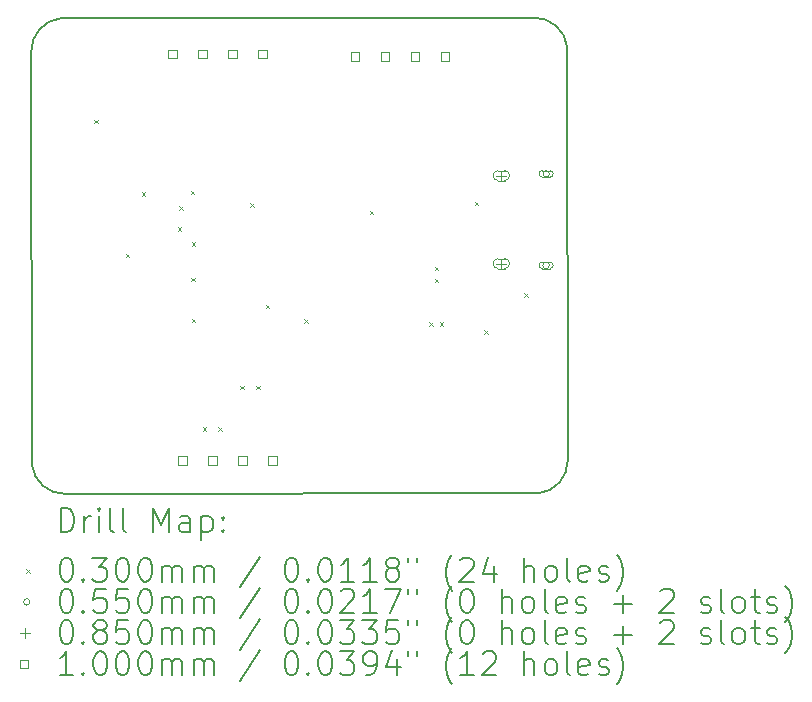
<source format=gbr>
%TF.GenerationSoftware,KiCad,Pcbnew,8.0.8*%
%TF.CreationDate,2025-03-31T20:29:24+08:00*%
%TF.ProjectId,1,312e6b69-6361-4645-9f70-636258585858,rev?*%
%TF.SameCoordinates,Original*%
%TF.FileFunction,Drillmap*%
%TF.FilePolarity,Positive*%
%FSLAX45Y45*%
G04 Gerber Fmt 4.5, Leading zero omitted, Abs format (unit mm)*
G04 Created by KiCad (PCBNEW 8.0.8) date 2025-03-31 20:29:24*
%MOMM*%
%LPD*%
G01*
G04 APERTURE LIST*
%ADD10C,0.200000*%
%ADD11C,0.100000*%
G04 APERTURE END LIST*
D10*
X13245000Y-4480000D02*
G75*
G02*
X13528398Y-4729679I5000J-280000D01*
G01*
X9278719Y-8513078D02*
X13283719Y-8508115D01*
X13528398Y-4729679D02*
X13533398Y-8224679D01*
X9240000Y-4485000D02*
X13245000Y-4480037D01*
X8990321Y-4768398D02*
X8995321Y-8263398D01*
X8990321Y-4768398D02*
G75*
G02*
X9240000Y-4485002I279999J4998D01*
G01*
X9278719Y-8513078D02*
G75*
G02*
X8995324Y-8263398I-4999J279998D01*
G01*
X13533398Y-8224679D02*
G75*
G02*
X13283719Y-8508077I-279998J-5001D01*
G01*
D11*
X9525000Y-5345000D02*
X9555000Y-5375000D01*
X9555000Y-5345000D02*
X9525000Y-5375000D01*
X9790000Y-6480000D02*
X9820000Y-6510000D01*
X9820000Y-6480000D02*
X9790000Y-6510000D01*
X9925000Y-5960000D02*
X9955000Y-5990000D01*
X9955000Y-5960000D02*
X9925000Y-5990000D01*
X10230000Y-6255000D02*
X10260000Y-6285000D01*
X10260000Y-6255000D02*
X10230000Y-6285000D01*
X10245000Y-6075000D02*
X10275000Y-6105000D01*
X10275000Y-6075000D02*
X10245000Y-6105000D01*
X10340000Y-5945000D02*
X10370000Y-5975000D01*
X10370000Y-5945000D02*
X10340000Y-5975000D01*
X10346250Y-6683750D02*
X10376250Y-6713750D01*
X10376250Y-6683750D02*
X10346250Y-6713750D01*
X10350000Y-6380000D02*
X10380000Y-6410000D01*
X10380000Y-6380000D02*
X10350000Y-6410000D01*
X10350000Y-7030000D02*
X10380000Y-7060000D01*
X10380000Y-7030000D02*
X10350000Y-7060000D01*
X10444000Y-7950000D02*
X10474000Y-7980000D01*
X10474000Y-7950000D02*
X10444000Y-7980000D01*
X10575000Y-7950000D02*
X10605000Y-7980000D01*
X10605000Y-7950000D02*
X10575000Y-7980000D01*
X10760000Y-7595000D02*
X10790000Y-7625000D01*
X10790000Y-7595000D02*
X10760000Y-7625000D01*
X10845000Y-6050000D02*
X10875000Y-6080000D01*
X10875000Y-6050000D02*
X10845000Y-6080000D01*
X10895000Y-7595000D02*
X10925000Y-7625000D01*
X10925000Y-7595000D02*
X10895000Y-7625000D01*
X10975000Y-6910000D02*
X11005000Y-6940000D01*
X11005000Y-6910000D02*
X10975000Y-6940000D01*
X11300000Y-7035000D02*
X11330000Y-7065000D01*
X11330000Y-7035000D02*
X11300000Y-7065000D01*
X11855000Y-6115000D02*
X11885000Y-6145000D01*
X11885000Y-6115000D02*
X11855000Y-6145000D01*
X12360000Y-7060000D02*
X12390000Y-7090000D01*
X12390000Y-7060000D02*
X12360000Y-7090000D01*
X12405000Y-6590000D02*
X12435000Y-6620000D01*
X12435000Y-6590000D02*
X12405000Y-6620000D01*
X12405000Y-6690000D02*
X12435000Y-6720000D01*
X12435000Y-6690000D02*
X12405000Y-6720000D01*
X12450000Y-7060000D02*
X12480000Y-7090000D01*
X12480000Y-7060000D02*
X12450000Y-7090000D01*
X12745000Y-6040000D02*
X12775000Y-6070000D01*
X12775000Y-6040000D02*
X12745000Y-6070000D01*
X12825000Y-7125000D02*
X12855000Y-7155000D01*
X12855000Y-7125000D02*
X12825000Y-7155000D01*
X13165000Y-6815000D02*
X13195000Y-6845000D01*
X13195000Y-6815000D02*
X13165000Y-6845000D01*
X13377500Y-5802500D02*
G75*
G02*
X13322500Y-5802500I-27500J0D01*
G01*
X13322500Y-5802500D02*
G75*
G02*
X13377500Y-5802500I27500J0D01*
G01*
X13317500Y-5830000D02*
X13382500Y-5830000D01*
X13382500Y-5775000D02*
G75*
G02*
X13382500Y-5830000I0J-27500D01*
G01*
X13382500Y-5775000D02*
X13317500Y-5775000D01*
X13317500Y-5775000D02*
G75*
G03*
X13317500Y-5830000I0J-27500D01*
G01*
X13377500Y-6577500D02*
G75*
G02*
X13322500Y-6577500I-27500J0D01*
G01*
X13322500Y-6577500D02*
G75*
G02*
X13377500Y-6577500I27500J0D01*
G01*
X13317500Y-6605000D02*
X13382500Y-6605000D01*
X13382500Y-6550000D02*
G75*
G02*
X13382500Y-6605000I0J-27500D01*
G01*
X13382500Y-6550000D02*
X13317500Y-6550000D01*
X13317500Y-6550000D02*
G75*
G03*
X13317500Y-6605000I0J-27500D01*
G01*
X12970000Y-5775000D02*
X12970000Y-5860000D01*
X12927500Y-5817500D02*
X13012500Y-5817500D01*
X12942500Y-5860000D02*
X12997500Y-5860000D01*
X12997500Y-5775000D02*
G75*
G02*
X12997500Y-5860000I0J-42500D01*
G01*
X12997500Y-5775000D02*
X12942500Y-5775000D01*
X12942500Y-5775000D02*
G75*
G03*
X12942500Y-5860000I0J-42500D01*
G01*
X12970000Y-6520000D02*
X12970000Y-6605000D01*
X12927500Y-6562500D02*
X13012500Y-6562500D01*
X12942500Y-6605000D02*
X12997500Y-6605000D01*
X12997500Y-6520000D02*
G75*
G02*
X12997500Y-6605000I0J-42500D01*
G01*
X12997500Y-6520000D02*
X12942500Y-6520000D01*
X12942500Y-6520000D02*
G75*
G03*
X12942500Y-6605000I0J-42500D01*
G01*
X10222356Y-4825356D02*
X10222356Y-4754644D01*
X10151644Y-4754644D01*
X10151644Y-4825356D01*
X10222356Y-4825356D01*
X10305356Y-8265356D02*
X10305356Y-8194644D01*
X10234644Y-8194644D01*
X10234644Y-8265356D01*
X10305356Y-8265356D01*
X10476356Y-4825356D02*
X10476356Y-4754644D01*
X10405644Y-4754644D01*
X10405644Y-4825356D01*
X10476356Y-4825356D01*
X10559356Y-8265356D02*
X10559356Y-8194644D01*
X10488644Y-8194644D01*
X10488644Y-8265356D01*
X10559356Y-8265356D01*
X10730356Y-4825356D02*
X10730356Y-4754644D01*
X10659644Y-4754644D01*
X10659644Y-4825356D01*
X10730356Y-4825356D01*
X10813356Y-8265356D02*
X10813356Y-8194644D01*
X10742644Y-8194644D01*
X10742644Y-8265356D01*
X10813356Y-8265356D01*
X10984356Y-4825356D02*
X10984356Y-4754644D01*
X10913644Y-4754644D01*
X10913644Y-4825356D01*
X10984356Y-4825356D01*
X11067356Y-8265356D02*
X11067356Y-8194644D01*
X10996644Y-8194644D01*
X10996644Y-8265356D01*
X11067356Y-8265356D01*
X11765356Y-4845356D02*
X11765356Y-4774644D01*
X11694644Y-4774644D01*
X11694644Y-4845356D01*
X11765356Y-4845356D01*
X12019356Y-4845356D02*
X12019356Y-4774644D01*
X11948644Y-4774644D01*
X11948644Y-4845356D01*
X12019356Y-4845356D01*
X12273356Y-4845356D02*
X12273356Y-4774644D01*
X12202644Y-4774644D01*
X12202644Y-4845356D01*
X12273356Y-4845356D01*
X12527356Y-4845356D02*
X12527356Y-4774644D01*
X12456644Y-4774644D01*
X12456644Y-4845356D01*
X12527356Y-4845356D01*
D10*
X9241053Y-8834606D02*
X9241053Y-8634606D01*
X9241053Y-8634606D02*
X9288672Y-8634606D01*
X9288672Y-8634606D02*
X9317243Y-8644130D01*
X9317243Y-8644130D02*
X9336291Y-8663177D01*
X9336291Y-8663177D02*
X9345815Y-8682225D01*
X9345815Y-8682225D02*
X9355339Y-8720320D01*
X9355339Y-8720320D02*
X9355339Y-8748892D01*
X9355339Y-8748892D02*
X9345815Y-8786987D01*
X9345815Y-8786987D02*
X9336291Y-8806035D01*
X9336291Y-8806035D02*
X9317243Y-8825082D01*
X9317243Y-8825082D02*
X9288672Y-8834606D01*
X9288672Y-8834606D02*
X9241053Y-8834606D01*
X9441053Y-8834606D02*
X9441053Y-8701273D01*
X9441053Y-8739368D02*
X9450577Y-8720320D01*
X9450577Y-8720320D02*
X9460101Y-8710796D01*
X9460101Y-8710796D02*
X9479148Y-8701273D01*
X9479148Y-8701273D02*
X9498196Y-8701273D01*
X9564862Y-8834606D02*
X9564862Y-8701273D01*
X9564862Y-8634606D02*
X9555339Y-8644130D01*
X9555339Y-8644130D02*
X9564862Y-8653654D01*
X9564862Y-8653654D02*
X9574386Y-8644130D01*
X9574386Y-8644130D02*
X9564862Y-8634606D01*
X9564862Y-8634606D02*
X9564862Y-8653654D01*
X9688672Y-8834606D02*
X9669624Y-8825082D01*
X9669624Y-8825082D02*
X9660101Y-8806035D01*
X9660101Y-8806035D02*
X9660101Y-8634606D01*
X9793434Y-8834606D02*
X9774386Y-8825082D01*
X9774386Y-8825082D02*
X9764862Y-8806035D01*
X9764862Y-8806035D02*
X9764862Y-8634606D01*
X10022005Y-8834606D02*
X10022005Y-8634606D01*
X10022005Y-8634606D02*
X10088672Y-8777463D01*
X10088672Y-8777463D02*
X10155339Y-8634606D01*
X10155339Y-8634606D02*
X10155339Y-8834606D01*
X10336291Y-8834606D02*
X10336291Y-8729844D01*
X10336291Y-8729844D02*
X10326767Y-8710796D01*
X10326767Y-8710796D02*
X10307720Y-8701273D01*
X10307720Y-8701273D02*
X10269624Y-8701273D01*
X10269624Y-8701273D02*
X10250577Y-8710796D01*
X10336291Y-8825082D02*
X10317243Y-8834606D01*
X10317243Y-8834606D02*
X10269624Y-8834606D01*
X10269624Y-8834606D02*
X10250577Y-8825082D01*
X10250577Y-8825082D02*
X10241053Y-8806035D01*
X10241053Y-8806035D02*
X10241053Y-8786987D01*
X10241053Y-8786987D02*
X10250577Y-8767939D01*
X10250577Y-8767939D02*
X10269624Y-8758416D01*
X10269624Y-8758416D02*
X10317243Y-8758416D01*
X10317243Y-8758416D02*
X10336291Y-8748892D01*
X10431529Y-8701273D02*
X10431529Y-8901273D01*
X10431529Y-8710796D02*
X10450577Y-8701273D01*
X10450577Y-8701273D02*
X10488672Y-8701273D01*
X10488672Y-8701273D02*
X10507720Y-8710796D01*
X10507720Y-8710796D02*
X10517243Y-8720320D01*
X10517243Y-8720320D02*
X10526767Y-8739368D01*
X10526767Y-8739368D02*
X10526767Y-8796511D01*
X10526767Y-8796511D02*
X10517243Y-8815558D01*
X10517243Y-8815558D02*
X10507720Y-8825082D01*
X10507720Y-8825082D02*
X10488672Y-8834606D01*
X10488672Y-8834606D02*
X10450577Y-8834606D01*
X10450577Y-8834606D02*
X10431529Y-8825082D01*
X10612482Y-8815558D02*
X10622005Y-8825082D01*
X10622005Y-8825082D02*
X10612482Y-8834606D01*
X10612482Y-8834606D02*
X10602958Y-8825082D01*
X10602958Y-8825082D02*
X10612482Y-8815558D01*
X10612482Y-8815558D02*
X10612482Y-8834606D01*
X10612482Y-8710796D02*
X10622005Y-8720320D01*
X10622005Y-8720320D02*
X10612482Y-8729844D01*
X10612482Y-8729844D02*
X10602958Y-8720320D01*
X10602958Y-8720320D02*
X10612482Y-8710796D01*
X10612482Y-8710796D02*
X10612482Y-8729844D01*
D11*
X8950276Y-9148122D02*
X8980276Y-9178122D01*
X8980276Y-9148122D02*
X8950276Y-9178122D01*
D10*
X9279148Y-9054606D02*
X9298196Y-9054606D01*
X9298196Y-9054606D02*
X9317243Y-9064130D01*
X9317243Y-9064130D02*
X9326767Y-9073654D01*
X9326767Y-9073654D02*
X9336291Y-9092701D01*
X9336291Y-9092701D02*
X9345815Y-9130796D01*
X9345815Y-9130796D02*
X9345815Y-9178416D01*
X9345815Y-9178416D02*
X9336291Y-9216511D01*
X9336291Y-9216511D02*
X9326767Y-9235558D01*
X9326767Y-9235558D02*
X9317243Y-9245082D01*
X9317243Y-9245082D02*
X9298196Y-9254606D01*
X9298196Y-9254606D02*
X9279148Y-9254606D01*
X9279148Y-9254606D02*
X9260101Y-9245082D01*
X9260101Y-9245082D02*
X9250577Y-9235558D01*
X9250577Y-9235558D02*
X9241053Y-9216511D01*
X9241053Y-9216511D02*
X9231529Y-9178416D01*
X9231529Y-9178416D02*
X9231529Y-9130796D01*
X9231529Y-9130796D02*
X9241053Y-9092701D01*
X9241053Y-9092701D02*
X9250577Y-9073654D01*
X9250577Y-9073654D02*
X9260101Y-9064130D01*
X9260101Y-9064130D02*
X9279148Y-9054606D01*
X9431529Y-9235558D02*
X9441053Y-9245082D01*
X9441053Y-9245082D02*
X9431529Y-9254606D01*
X9431529Y-9254606D02*
X9422005Y-9245082D01*
X9422005Y-9245082D02*
X9431529Y-9235558D01*
X9431529Y-9235558D02*
X9431529Y-9254606D01*
X9507720Y-9054606D02*
X9631529Y-9054606D01*
X9631529Y-9054606D02*
X9564862Y-9130796D01*
X9564862Y-9130796D02*
X9593434Y-9130796D01*
X9593434Y-9130796D02*
X9612482Y-9140320D01*
X9612482Y-9140320D02*
X9622005Y-9149844D01*
X9622005Y-9149844D02*
X9631529Y-9168892D01*
X9631529Y-9168892D02*
X9631529Y-9216511D01*
X9631529Y-9216511D02*
X9622005Y-9235558D01*
X9622005Y-9235558D02*
X9612482Y-9245082D01*
X9612482Y-9245082D02*
X9593434Y-9254606D01*
X9593434Y-9254606D02*
X9536291Y-9254606D01*
X9536291Y-9254606D02*
X9517243Y-9245082D01*
X9517243Y-9245082D02*
X9507720Y-9235558D01*
X9755339Y-9054606D02*
X9774386Y-9054606D01*
X9774386Y-9054606D02*
X9793434Y-9064130D01*
X9793434Y-9064130D02*
X9802958Y-9073654D01*
X9802958Y-9073654D02*
X9812482Y-9092701D01*
X9812482Y-9092701D02*
X9822005Y-9130796D01*
X9822005Y-9130796D02*
X9822005Y-9178416D01*
X9822005Y-9178416D02*
X9812482Y-9216511D01*
X9812482Y-9216511D02*
X9802958Y-9235558D01*
X9802958Y-9235558D02*
X9793434Y-9245082D01*
X9793434Y-9245082D02*
X9774386Y-9254606D01*
X9774386Y-9254606D02*
X9755339Y-9254606D01*
X9755339Y-9254606D02*
X9736291Y-9245082D01*
X9736291Y-9245082D02*
X9726767Y-9235558D01*
X9726767Y-9235558D02*
X9717243Y-9216511D01*
X9717243Y-9216511D02*
X9707720Y-9178416D01*
X9707720Y-9178416D02*
X9707720Y-9130796D01*
X9707720Y-9130796D02*
X9717243Y-9092701D01*
X9717243Y-9092701D02*
X9726767Y-9073654D01*
X9726767Y-9073654D02*
X9736291Y-9064130D01*
X9736291Y-9064130D02*
X9755339Y-9054606D01*
X9945815Y-9054606D02*
X9964863Y-9054606D01*
X9964863Y-9054606D02*
X9983910Y-9064130D01*
X9983910Y-9064130D02*
X9993434Y-9073654D01*
X9993434Y-9073654D02*
X10002958Y-9092701D01*
X10002958Y-9092701D02*
X10012482Y-9130796D01*
X10012482Y-9130796D02*
X10012482Y-9178416D01*
X10012482Y-9178416D02*
X10002958Y-9216511D01*
X10002958Y-9216511D02*
X9993434Y-9235558D01*
X9993434Y-9235558D02*
X9983910Y-9245082D01*
X9983910Y-9245082D02*
X9964863Y-9254606D01*
X9964863Y-9254606D02*
X9945815Y-9254606D01*
X9945815Y-9254606D02*
X9926767Y-9245082D01*
X9926767Y-9245082D02*
X9917243Y-9235558D01*
X9917243Y-9235558D02*
X9907720Y-9216511D01*
X9907720Y-9216511D02*
X9898196Y-9178416D01*
X9898196Y-9178416D02*
X9898196Y-9130796D01*
X9898196Y-9130796D02*
X9907720Y-9092701D01*
X9907720Y-9092701D02*
X9917243Y-9073654D01*
X9917243Y-9073654D02*
X9926767Y-9064130D01*
X9926767Y-9064130D02*
X9945815Y-9054606D01*
X10098196Y-9254606D02*
X10098196Y-9121273D01*
X10098196Y-9140320D02*
X10107720Y-9130796D01*
X10107720Y-9130796D02*
X10126767Y-9121273D01*
X10126767Y-9121273D02*
X10155339Y-9121273D01*
X10155339Y-9121273D02*
X10174386Y-9130796D01*
X10174386Y-9130796D02*
X10183910Y-9149844D01*
X10183910Y-9149844D02*
X10183910Y-9254606D01*
X10183910Y-9149844D02*
X10193434Y-9130796D01*
X10193434Y-9130796D02*
X10212482Y-9121273D01*
X10212482Y-9121273D02*
X10241053Y-9121273D01*
X10241053Y-9121273D02*
X10260101Y-9130796D01*
X10260101Y-9130796D02*
X10269624Y-9149844D01*
X10269624Y-9149844D02*
X10269624Y-9254606D01*
X10364863Y-9254606D02*
X10364863Y-9121273D01*
X10364863Y-9140320D02*
X10374386Y-9130796D01*
X10374386Y-9130796D02*
X10393434Y-9121273D01*
X10393434Y-9121273D02*
X10422005Y-9121273D01*
X10422005Y-9121273D02*
X10441053Y-9130796D01*
X10441053Y-9130796D02*
X10450577Y-9149844D01*
X10450577Y-9149844D02*
X10450577Y-9254606D01*
X10450577Y-9149844D02*
X10460101Y-9130796D01*
X10460101Y-9130796D02*
X10479148Y-9121273D01*
X10479148Y-9121273D02*
X10507720Y-9121273D01*
X10507720Y-9121273D02*
X10526767Y-9130796D01*
X10526767Y-9130796D02*
X10536291Y-9149844D01*
X10536291Y-9149844D02*
X10536291Y-9254606D01*
X10926767Y-9045082D02*
X10755339Y-9302225D01*
X11183910Y-9054606D02*
X11202958Y-9054606D01*
X11202958Y-9054606D02*
X11222005Y-9064130D01*
X11222005Y-9064130D02*
X11231529Y-9073654D01*
X11231529Y-9073654D02*
X11241053Y-9092701D01*
X11241053Y-9092701D02*
X11250577Y-9130796D01*
X11250577Y-9130796D02*
X11250577Y-9178416D01*
X11250577Y-9178416D02*
X11241053Y-9216511D01*
X11241053Y-9216511D02*
X11231529Y-9235558D01*
X11231529Y-9235558D02*
X11222005Y-9245082D01*
X11222005Y-9245082D02*
X11202958Y-9254606D01*
X11202958Y-9254606D02*
X11183910Y-9254606D01*
X11183910Y-9254606D02*
X11164863Y-9245082D01*
X11164863Y-9245082D02*
X11155339Y-9235558D01*
X11155339Y-9235558D02*
X11145815Y-9216511D01*
X11145815Y-9216511D02*
X11136291Y-9178416D01*
X11136291Y-9178416D02*
X11136291Y-9130796D01*
X11136291Y-9130796D02*
X11145815Y-9092701D01*
X11145815Y-9092701D02*
X11155339Y-9073654D01*
X11155339Y-9073654D02*
X11164863Y-9064130D01*
X11164863Y-9064130D02*
X11183910Y-9054606D01*
X11336291Y-9235558D02*
X11345815Y-9245082D01*
X11345815Y-9245082D02*
X11336291Y-9254606D01*
X11336291Y-9254606D02*
X11326767Y-9245082D01*
X11326767Y-9245082D02*
X11336291Y-9235558D01*
X11336291Y-9235558D02*
X11336291Y-9254606D01*
X11469624Y-9054606D02*
X11488672Y-9054606D01*
X11488672Y-9054606D02*
X11507720Y-9064130D01*
X11507720Y-9064130D02*
X11517244Y-9073654D01*
X11517244Y-9073654D02*
X11526767Y-9092701D01*
X11526767Y-9092701D02*
X11536291Y-9130796D01*
X11536291Y-9130796D02*
X11536291Y-9178416D01*
X11536291Y-9178416D02*
X11526767Y-9216511D01*
X11526767Y-9216511D02*
X11517244Y-9235558D01*
X11517244Y-9235558D02*
X11507720Y-9245082D01*
X11507720Y-9245082D02*
X11488672Y-9254606D01*
X11488672Y-9254606D02*
X11469624Y-9254606D01*
X11469624Y-9254606D02*
X11450577Y-9245082D01*
X11450577Y-9245082D02*
X11441053Y-9235558D01*
X11441053Y-9235558D02*
X11431529Y-9216511D01*
X11431529Y-9216511D02*
X11422005Y-9178416D01*
X11422005Y-9178416D02*
X11422005Y-9130796D01*
X11422005Y-9130796D02*
X11431529Y-9092701D01*
X11431529Y-9092701D02*
X11441053Y-9073654D01*
X11441053Y-9073654D02*
X11450577Y-9064130D01*
X11450577Y-9064130D02*
X11469624Y-9054606D01*
X11726767Y-9254606D02*
X11612482Y-9254606D01*
X11669624Y-9254606D02*
X11669624Y-9054606D01*
X11669624Y-9054606D02*
X11650577Y-9083177D01*
X11650577Y-9083177D02*
X11631529Y-9102225D01*
X11631529Y-9102225D02*
X11612482Y-9111749D01*
X11917244Y-9254606D02*
X11802958Y-9254606D01*
X11860101Y-9254606D02*
X11860101Y-9054606D01*
X11860101Y-9054606D02*
X11841053Y-9083177D01*
X11841053Y-9083177D02*
X11822005Y-9102225D01*
X11822005Y-9102225D02*
X11802958Y-9111749D01*
X12031529Y-9140320D02*
X12012482Y-9130796D01*
X12012482Y-9130796D02*
X12002958Y-9121273D01*
X12002958Y-9121273D02*
X11993434Y-9102225D01*
X11993434Y-9102225D02*
X11993434Y-9092701D01*
X11993434Y-9092701D02*
X12002958Y-9073654D01*
X12002958Y-9073654D02*
X12012482Y-9064130D01*
X12012482Y-9064130D02*
X12031529Y-9054606D01*
X12031529Y-9054606D02*
X12069625Y-9054606D01*
X12069625Y-9054606D02*
X12088672Y-9064130D01*
X12088672Y-9064130D02*
X12098196Y-9073654D01*
X12098196Y-9073654D02*
X12107720Y-9092701D01*
X12107720Y-9092701D02*
X12107720Y-9102225D01*
X12107720Y-9102225D02*
X12098196Y-9121273D01*
X12098196Y-9121273D02*
X12088672Y-9130796D01*
X12088672Y-9130796D02*
X12069625Y-9140320D01*
X12069625Y-9140320D02*
X12031529Y-9140320D01*
X12031529Y-9140320D02*
X12012482Y-9149844D01*
X12012482Y-9149844D02*
X12002958Y-9159368D01*
X12002958Y-9159368D02*
X11993434Y-9178416D01*
X11993434Y-9178416D02*
X11993434Y-9216511D01*
X11993434Y-9216511D02*
X12002958Y-9235558D01*
X12002958Y-9235558D02*
X12012482Y-9245082D01*
X12012482Y-9245082D02*
X12031529Y-9254606D01*
X12031529Y-9254606D02*
X12069625Y-9254606D01*
X12069625Y-9254606D02*
X12088672Y-9245082D01*
X12088672Y-9245082D02*
X12098196Y-9235558D01*
X12098196Y-9235558D02*
X12107720Y-9216511D01*
X12107720Y-9216511D02*
X12107720Y-9178416D01*
X12107720Y-9178416D02*
X12098196Y-9159368D01*
X12098196Y-9159368D02*
X12088672Y-9149844D01*
X12088672Y-9149844D02*
X12069625Y-9140320D01*
X12183910Y-9054606D02*
X12183910Y-9092701D01*
X12260101Y-9054606D02*
X12260101Y-9092701D01*
X12555339Y-9330796D02*
X12545815Y-9321273D01*
X12545815Y-9321273D02*
X12526767Y-9292701D01*
X12526767Y-9292701D02*
X12517244Y-9273654D01*
X12517244Y-9273654D02*
X12507720Y-9245082D01*
X12507720Y-9245082D02*
X12498196Y-9197463D01*
X12498196Y-9197463D02*
X12498196Y-9159368D01*
X12498196Y-9159368D02*
X12507720Y-9111749D01*
X12507720Y-9111749D02*
X12517244Y-9083177D01*
X12517244Y-9083177D02*
X12526767Y-9064130D01*
X12526767Y-9064130D02*
X12545815Y-9035558D01*
X12545815Y-9035558D02*
X12555339Y-9026035D01*
X12622006Y-9073654D02*
X12631529Y-9064130D01*
X12631529Y-9064130D02*
X12650577Y-9054606D01*
X12650577Y-9054606D02*
X12698196Y-9054606D01*
X12698196Y-9054606D02*
X12717244Y-9064130D01*
X12717244Y-9064130D02*
X12726767Y-9073654D01*
X12726767Y-9073654D02*
X12736291Y-9092701D01*
X12736291Y-9092701D02*
X12736291Y-9111749D01*
X12736291Y-9111749D02*
X12726767Y-9140320D01*
X12726767Y-9140320D02*
X12612482Y-9254606D01*
X12612482Y-9254606D02*
X12736291Y-9254606D01*
X12907720Y-9121273D02*
X12907720Y-9254606D01*
X12860101Y-9045082D02*
X12812482Y-9187939D01*
X12812482Y-9187939D02*
X12936291Y-9187939D01*
X13164863Y-9254606D02*
X13164863Y-9054606D01*
X13250577Y-9254606D02*
X13250577Y-9149844D01*
X13250577Y-9149844D02*
X13241053Y-9130796D01*
X13241053Y-9130796D02*
X13222006Y-9121273D01*
X13222006Y-9121273D02*
X13193434Y-9121273D01*
X13193434Y-9121273D02*
X13174387Y-9130796D01*
X13174387Y-9130796D02*
X13164863Y-9140320D01*
X13374387Y-9254606D02*
X13355339Y-9245082D01*
X13355339Y-9245082D02*
X13345815Y-9235558D01*
X13345815Y-9235558D02*
X13336291Y-9216511D01*
X13336291Y-9216511D02*
X13336291Y-9159368D01*
X13336291Y-9159368D02*
X13345815Y-9140320D01*
X13345815Y-9140320D02*
X13355339Y-9130796D01*
X13355339Y-9130796D02*
X13374387Y-9121273D01*
X13374387Y-9121273D02*
X13402958Y-9121273D01*
X13402958Y-9121273D02*
X13422006Y-9130796D01*
X13422006Y-9130796D02*
X13431529Y-9140320D01*
X13431529Y-9140320D02*
X13441053Y-9159368D01*
X13441053Y-9159368D02*
X13441053Y-9216511D01*
X13441053Y-9216511D02*
X13431529Y-9235558D01*
X13431529Y-9235558D02*
X13422006Y-9245082D01*
X13422006Y-9245082D02*
X13402958Y-9254606D01*
X13402958Y-9254606D02*
X13374387Y-9254606D01*
X13555339Y-9254606D02*
X13536291Y-9245082D01*
X13536291Y-9245082D02*
X13526768Y-9226035D01*
X13526768Y-9226035D02*
X13526768Y-9054606D01*
X13707720Y-9245082D02*
X13688672Y-9254606D01*
X13688672Y-9254606D02*
X13650577Y-9254606D01*
X13650577Y-9254606D02*
X13631529Y-9245082D01*
X13631529Y-9245082D02*
X13622006Y-9226035D01*
X13622006Y-9226035D02*
X13622006Y-9149844D01*
X13622006Y-9149844D02*
X13631529Y-9130796D01*
X13631529Y-9130796D02*
X13650577Y-9121273D01*
X13650577Y-9121273D02*
X13688672Y-9121273D01*
X13688672Y-9121273D02*
X13707720Y-9130796D01*
X13707720Y-9130796D02*
X13717244Y-9149844D01*
X13717244Y-9149844D02*
X13717244Y-9168892D01*
X13717244Y-9168892D02*
X13622006Y-9187939D01*
X13793434Y-9245082D02*
X13812482Y-9254606D01*
X13812482Y-9254606D02*
X13850577Y-9254606D01*
X13850577Y-9254606D02*
X13869625Y-9245082D01*
X13869625Y-9245082D02*
X13879149Y-9226035D01*
X13879149Y-9226035D02*
X13879149Y-9216511D01*
X13879149Y-9216511D02*
X13869625Y-9197463D01*
X13869625Y-9197463D02*
X13850577Y-9187939D01*
X13850577Y-9187939D02*
X13822006Y-9187939D01*
X13822006Y-9187939D02*
X13802958Y-9178416D01*
X13802958Y-9178416D02*
X13793434Y-9159368D01*
X13793434Y-9159368D02*
X13793434Y-9149844D01*
X13793434Y-9149844D02*
X13802958Y-9130796D01*
X13802958Y-9130796D02*
X13822006Y-9121273D01*
X13822006Y-9121273D02*
X13850577Y-9121273D01*
X13850577Y-9121273D02*
X13869625Y-9130796D01*
X13945815Y-9330796D02*
X13955339Y-9321273D01*
X13955339Y-9321273D02*
X13974387Y-9292701D01*
X13974387Y-9292701D02*
X13983910Y-9273654D01*
X13983910Y-9273654D02*
X13993434Y-9245082D01*
X13993434Y-9245082D02*
X14002958Y-9197463D01*
X14002958Y-9197463D02*
X14002958Y-9159368D01*
X14002958Y-9159368D02*
X13993434Y-9111749D01*
X13993434Y-9111749D02*
X13983910Y-9083177D01*
X13983910Y-9083177D02*
X13974387Y-9064130D01*
X13974387Y-9064130D02*
X13955339Y-9035558D01*
X13955339Y-9035558D02*
X13945815Y-9026035D01*
D11*
X8980276Y-9427122D02*
G75*
G02*
X8925276Y-9427122I-27500J0D01*
G01*
X8925276Y-9427122D02*
G75*
G02*
X8980276Y-9427122I27500J0D01*
G01*
D10*
X9279148Y-9318606D02*
X9298196Y-9318606D01*
X9298196Y-9318606D02*
X9317243Y-9328130D01*
X9317243Y-9328130D02*
X9326767Y-9337654D01*
X9326767Y-9337654D02*
X9336291Y-9356701D01*
X9336291Y-9356701D02*
X9345815Y-9394796D01*
X9345815Y-9394796D02*
X9345815Y-9442416D01*
X9345815Y-9442416D02*
X9336291Y-9480511D01*
X9336291Y-9480511D02*
X9326767Y-9499558D01*
X9326767Y-9499558D02*
X9317243Y-9509082D01*
X9317243Y-9509082D02*
X9298196Y-9518606D01*
X9298196Y-9518606D02*
X9279148Y-9518606D01*
X9279148Y-9518606D02*
X9260101Y-9509082D01*
X9260101Y-9509082D02*
X9250577Y-9499558D01*
X9250577Y-9499558D02*
X9241053Y-9480511D01*
X9241053Y-9480511D02*
X9231529Y-9442416D01*
X9231529Y-9442416D02*
X9231529Y-9394796D01*
X9231529Y-9394796D02*
X9241053Y-9356701D01*
X9241053Y-9356701D02*
X9250577Y-9337654D01*
X9250577Y-9337654D02*
X9260101Y-9328130D01*
X9260101Y-9328130D02*
X9279148Y-9318606D01*
X9431529Y-9499558D02*
X9441053Y-9509082D01*
X9441053Y-9509082D02*
X9431529Y-9518606D01*
X9431529Y-9518606D02*
X9422005Y-9509082D01*
X9422005Y-9509082D02*
X9431529Y-9499558D01*
X9431529Y-9499558D02*
X9431529Y-9518606D01*
X9622005Y-9318606D02*
X9526767Y-9318606D01*
X9526767Y-9318606D02*
X9517243Y-9413844D01*
X9517243Y-9413844D02*
X9526767Y-9404320D01*
X9526767Y-9404320D02*
X9545815Y-9394796D01*
X9545815Y-9394796D02*
X9593434Y-9394796D01*
X9593434Y-9394796D02*
X9612482Y-9404320D01*
X9612482Y-9404320D02*
X9622005Y-9413844D01*
X9622005Y-9413844D02*
X9631529Y-9432892D01*
X9631529Y-9432892D02*
X9631529Y-9480511D01*
X9631529Y-9480511D02*
X9622005Y-9499558D01*
X9622005Y-9499558D02*
X9612482Y-9509082D01*
X9612482Y-9509082D02*
X9593434Y-9518606D01*
X9593434Y-9518606D02*
X9545815Y-9518606D01*
X9545815Y-9518606D02*
X9526767Y-9509082D01*
X9526767Y-9509082D02*
X9517243Y-9499558D01*
X9812482Y-9318606D02*
X9717243Y-9318606D01*
X9717243Y-9318606D02*
X9707720Y-9413844D01*
X9707720Y-9413844D02*
X9717243Y-9404320D01*
X9717243Y-9404320D02*
X9736291Y-9394796D01*
X9736291Y-9394796D02*
X9783910Y-9394796D01*
X9783910Y-9394796D02*
X9802958Y-9404320D01*
X9802958Y-9404320D02*
X9812482Y-9413844D01*
X9812482Y-9413844D02*
X9822005Y-9432892D01*
X9822005Y-9432892D02*
X9822005Y-9480511D01*
X9822005Y-9480511D02*
X9812482Y-9499558D01*
X9812482Y-9499558D02*
X9802958Y-9509082D01*
X9802958Y-9509082D02*
X9783910Y-9518606D01*
X9783910Y-9518606D02*
X9736291Y-9518606D01*
X9736291Y-9518606D02*
X9717243Y-9509082D01*
X9717243Y-9509082D02*
X9707720Y-9499558D01*
X9945815Y-9318606D02*
X9964863Y-9318606D01*
X9964863Y-9318606D02*
X9983910Y-9328130D01*
X9983910Y-9328130D02*
X9993434Y-9337654D01*
X9993434Y-9337654D02*
X10002958Y-9356701D01*
X10002958Y-9356701D02*
X10012482Y-9394796D01*
X10012482Y-9394796D02*
X10012482Y-9442416D01*
X10012482Y-9442416D02*
X10002958Y-9480511D01*
X10002958Y-9480511D02*
X9993434Y-9499558D01*
X9993434Y-9499558D02*
X9983910Y-9509082D01*
X9983910Y-9509082D02*
X9964863Y-9518606D01*
X9964863Y-9518606D02*
X9945815Y-9518606D01*
X9945815Y-9518606D02*
X9926767Y-9509082D01*
X9926767Y-9509082D02*
X9917243Y-9499558D01*
X9917243Y-9499558D02*
X9907720Y-9480511D01*
X9907720Y-9480511D02*
X9898196Y-9442416D01*
X9898196Y-9442416D02*
X9898196Y-9394796D01*
X9898196Y-9394796D02*
X9907720Y-9356701D01*
X9907720Y-9356701D02*
X9917243Y-9337654D01*
X9917243Y-9337654D02*
X9926767Y-9328130D01*
X9926767Y-9328130D02*
X9945815Y-9318606D01*
X10098196Y-9518606D02*
X10098196Y-9385273D01*
X10098196Y-9404320D02*
X10107720Y-9394796D01*
X10107720Y-9394796D02*
X10126767Y-9385273D01*
X10126767Y-9385273D02*
X10155339Y-9385273D01*
X10155339Y-9385273D02*
X10174386Y-9394796D01*
X10174386Y-9394796D02*
X10183910Y-9413844D01*
X10183910Y-9413844D02*
X10183910Y-9518606D01*
X10183910Y-9413844D02*
X10193434Y-9394796D01*
X10193434Y-9394796D02*
X10212482Y-9385273D01*
X10212482Y-9385273D02*
X10241053Y-9385273D01*
X10241053Y-9385273D02*
X10260101Y-9394796D01*
X10260101Y-9394796D02*
X10269624Y-9413844D01*
X10269624Y-9413844D02*
X10269624Y-9518606D01*
X10364863Y-9518606D02*
X10364863Y-9385273D01*
X10364863Y-9404320D02*
X10374386Y-9394796D01*
X10374386Y-9394796D02*
X10393434Y-9385273D01*
X10393434Y-9385273D02*
X10422005Y-9385273D01*
X10422005Y-9385273D02*
X10441053Y-9394796D01*
X10441053Y-9394796D02*
X10450577Y-9413844D01*
X10450577Y-9413844D02*
X10450577Y-9518606D01*
X10450577Y-9413844D02*
X10460101Y-9394796D01*
X10460101Y-9394796D02*
X10479148Y-9385273D01*
X10479148Y-9385273D02*
X10507720Y-9385273D01*
X10507720Y-9385273D02*
X10526767Y-9394796D01*
X10526767Y-9394796D02*
X10536291Y-9413844D01*
X10536291Y-9413844D02*
X10536291Y-9518606D01*
X10926767Y-9309082D02*
X10755339Y-9566225D01*
X11183910Y-9318606D02*
X11202958Y-9318606D01*
X11202958Y-9318606D02*
X11222005Y-9328130D01*
X11222005Y-9328130D02*
X11231529Y-9337654D01*
X11231529Y-9337654D02*
X11241053Y-9356701D01*
X11241053Y-9356701D02*
X11250577Y-9394796D01*
X11250577Y-9394796D02*
X11250577Y-9442416D01*
X11250577Y-9442416D02*
X11241053Y-9480511D01*
X11241053Y-9480511D02*
X11231529Y-9499558D01*
X11231529Y-9499558D02*
X11222005Y-9509082D01*
X11222005Y-9509082D02*
X11202958Y-9518606D01*
X11202958Y-9518606D02*
X11183910Y-9518606D01*
X11183910Y-9518606D02*
X11164863Y-9509082D01*
X11164863Y-9509082D02*
X11155339Y-9499558D01*
X11155339Y-9499558D02*
X11145815Y-9480511D01*
X11145815Y-9480511D02*
X11136291Y-9442416D01*
X11136291Y-9442416D02*
X11136291Y-9394796D01*
X11136291Y-9394796D02*
X11145815Y-9356701D01*
X11145815Y-9356701D02*
X11155339Y-9337654D01*
X11155339Y-9337654D02*
X11164863Y-9328130D01*
X11164863Y-9328130D02*
X11183910Y-9318606D01*
X11336291Y-9499558D02*
X11345815Y-9509082D01*
X11345815Y-9509082D02*
X11336291Y-9518606D01*
X11336291Y-9518606D02*
X11326767Y-9509082D01*
X11326767Y-9509082D02*
X11336291Y-9499558D01*
X11336291Y-9499558D02*
X11336291Y-9518606D01*
X11469624Y-9318606D02*
X11488672Y-9318606D01*
X11488672Y-9318606D02*
X11507720Y-9328130D01*
X11507720Y-9328130D02*
X11517244Y-9337654D01*
X11517244Y-9337654D02*
X11526767Y-9356701D01*
X11526767Y-9356701D02*
X11536291Y-9394796D01*
X11536291Y-9394796D02*
X11536291Y-9442416D01*
X11536291Y-9442416D02*
X11526767Y-9480511D01*
X11526767Y-9480511D02*
X11517244Y-9499558D01*
X11517244Y-9499558D02*
X11507720Y-9509082D01*
X11507720Y-9509082D02*
X11488672Y-9518606D01*
X11488672Y-9518606D02*
X11469624Y-9518606D01*
X11469624Y-9518606D02*
X11450577Y-9509082D01*
X11450577Y-9509082D02*
X11441053Y-9499558D01*
X11441053Y-9499558D02*
X11431529Y-9480511D01*
X11431529Y-9480511D02*
X11422005Y-9442416D01*
X11422005Y-9442416D02*
X11422005Y-9394796D01*
X11422005Y-9394796D02*
X11431529Y-9356701D01*
X11431529Y-9356701D02*
X11441053Y-9337654D01*
X11441053Y-9337654D02*
X11450577Y-9328130D01*
X11450577Y-9328130D02*
X11469624Y-9318606D01*
X11612482Y-9337654D02*
X11622005Y-9328130D01*
X11622005Y-9328130D02*
X11641053Y-9318606D01*
X11641053Y-9318606D02*
X11688672Y-9318606D01*
X11688672Y-9318606D02*
X11707720Y-9328130D01*
X11707720Y-9328130D02*
X11717244Y-9337654D01*
X11717244Y-9337654D02*
X11726767Y-9356701D01*
X11726767Y-9356701D02*
X11726767Y-9375749D01*
X11726767Y-9375749D02*
X11717244Y-9404320D01*
X11717244Y-9404320D02*
X11602958Y-9518606D01*
X11602958Y-9518606D02*
X11726767Y-9518606D01*
X11917244Y-9518606D02*
X11802958Y-9518606D01*
X11860101Y-9518606D02*
X11860101Y-9318606D01*
X11860101Y-9318606D02*
X11841053Y-9347177D01*
X11841053Y-9347177D02*
X11822005Y-9366225D01*
X11822005Y-9366225D02*
X11802958Y-9375749D01*
X11983910Y-9318606D02*
X12117244Y-9318606D01*
X12117244Y-9318606D02*
X12031529Y-9518606D01*
X12183910Y-9318606D02*
X12183910Y-9356701D01*
X12260101Y-9318606D02*
X12260101Y-9356701D01*
X12555339Y-9594796D02*
X12545815Y-9585273D01*
X12545815Y-9585273D02*
X12526767Y-9556701D01*
X12526767Y-9556701D02*
X12517244Y-9537654D01*
X12517244Y-9537654D02*
X12507720Y-9509082D01*
X12507720Y-9509082D02*
X12498196Y-9461463D01*
X12498196Y-9461463D02*
X12498196Y-9423368D01*
X12498196Y-9423368D02*
X12507720Y-9375749D01*
X12507720Y-9375749D02*
X12517244Y-9347177D01*
X12517244Y-9347177D02*
X12526767Y-9328130D01*
X12526767Y-9328130D02*
X12545815Y-9299558D01*
X12545815Y-9299558D02*
X12555339Y-9290035D01*
X12669625Y-9318606D02*
X12688672Y-9318606D01*
X12688672Y-9318606D02*
X12707720Y-9328130D01*
X12707720Y-9328130D02*
X12717244Y-9337654D01*
X12717244Y-9337654D02*
X12726767Y-9356701D01*
X12726767Y-9356701D02*
X12736291Y-9394796D01*
X12736291Y-9394796D02*
X12736291Y-9442416D01*
X12736291Y-9442416D02*
X12726767Y-9480511D01*
X12726767Y-9480511D02*
X12717244Y-9499558D01*
X12717244Y-9499558D02*
X12707720Y-9509082D01*
X12707720Y-9509082D02*
X12688672Y-9518606D01*
X12688672Y-9518606D02*
X12669625Y-9518606D01*
X12669625Y-9518606D02*
X12650577Y-9509082D01*
X12650577Y-9509082D02*
X12641053Y-9499558D01*
X12641053Y-9499558D02*
X12631529Y-9480511D01*
X12631529Y-9480511D02*
X12622006Y-9442416D01*
X12622006Y-9442416D02*
X12622006Y-9394796D01*
X12622006Y-9394796D02*
X12631529Y-9356701D01*
X12631529Y-9356701D02*
X12641053Y-9337654D01*
X12641053Y-9337654D02*
X12650577Y-9328130D01*
X12650577Y-9328130D02*
X12669625Y-9318606D01*
X12974387Y-9518606D02*
X12974387Y-9318606D01*
X13060101Y-9518606D02*
X13060101Y-9413844D01*
X13060101Y-9413844D02*
X13050577Y-9394796D01*
X13050577Y-9394796D02*
X13031529Y-9385273D01*
X13031529Y-9385273D02*
X13002958Y-9385273D01*
X13002958Y-9385273D02*
X12983910Y-9394796D01*
X12983910Y-9394796D02*
X12974387Y-9404320D01*
X13183910Y-9518606D02*
X13164863Y-9509082D01*
X13164863Y-9509082D02*
X13155339Y-9499558D01*
X13155339Y-9499558D02*
X13145815Y-9480511D01*
X13145815Y-9480511D02*
X13145815Y-9423368D01*
X13145815Y-9423368D02*
X13155339Y-9404320D01*
X13155339Y-9404320D02*
X13164863Y-9394796D01*
X13164863Y-9394796D02*
X13183910Y-9385273D01*
X13183910Y-9385273D02*
X13212482Y-9385273D01*
X13212482Y-9385273D02*
X13231529Y-9394796D01*
X13231529Y-9394796D02*
X13241053Y-9404320D01*
X13241053Y-9404320D02*
X13250577Y-9423368D01*
X13250577Y-9423368D02*
X13250577Y-9480511D01*
X13250577Y-9480511D02*
X13241053Y-9499558D01*
X13241053Y-9499558D02*
X13231529Y-9509082D01*
X13231529Y-9509082D02*
X13212482Y-9518606D01*
X13212482Y-9518606D02*
X13183910Y-9518606D01*
X13364863Y-9518606D02*
X13345815Y-9509082D01*
X13345815Y-9509082D02*
X13336291Y-9490035D01*
X13336291Y-9490035D02*
X13336291Y-9318606D01*
X13517244Y-9509082D02*
X13498196Y-9518606D01*
X13498196Y-9518606D02*
X13460101Y-9518606D01*
X13460101Y-9518606D02*
X13441053Y-9509082D01*
X13441053Y-9509082D02*
X13431529Y-9490035D01*
X13431529Y-9490035D02*
X13431529Y-9413844D01*
X13431529Y-9413844D02*
X13441053Y-9394796D01*
X13441053Y-9394796D02*
X13460101Y-9385273D01*
X13460101Y-9385273D02*
X13498196Y-9385273D01*
X13498196Y-9385273D02*
X13517244Y-9394796D01*
X13517244Y-9394796D02*
X13526768Y-9413844D01*
X13526768Y-9413844D02*
X13526768Y-9432892D01*
X13526768Y-9432892D02*
X13431529Y-9451939D01*
X13602958Y-9509082D02*
X13622006Y-9518606D01*
X13622006Y-9518606D02*
X13660101Y-9518606D01*
X13660101Y-9518606D02*
X13679149Y-9509082D01*
X13679149Y-9509082D02*
X13688672Y-9490035D01*
X13688672Y-9490035D02*
X13688672Y-9480511D01*
X13688672Y-9480511D02*
X13679149Y-9461463D01*
X13679149Y-9461463D02*
X13660101Y-9451939D01*
X13660101Y-9451939D02*
X13631529Y-9451939D01*
X13631529Y-9451939D02*
X13612482Y-9442416D01*
X13612482Y-9442416D02*
X13602958Y-9423368D01*
X13602958Y-9423368D02*
X13602958Y-9413844D01*
X13602958Y-9413844D02*
X13612482Y-9394796D01*
X13612482Y-9394796D02*
X13631529Y-9385273D01*
X13631529Y-9385273D02*
X13660101Y-9385273D01*
X13660101Y-9385273D02*
X13679149Y-9394796D01*
X13926768Y-9442416D02*
X14079149Y-9442416D01*
X14002958Y-9518606D02*
X14002958Y-9366225D01*
X14317244Y-9337654D02*
X14326768Y-9328130D01*
X14326768Y-9328130D02*
X14345815Y-9318606D01*
X14345815Y-9318606D02*
X14393434Y-9318606D01*
X14393434Y-9318606D02*
X14412482Y-9328130D01*
X14412482Y-9328130D02*
X14422006Y-9337654D01*
X14422006Y-9337654D02*
X14431530Y-9356701D01*
X14431530Y-9356701D02*
X14431530Y-9375749D01*
X14431530Y-9375749D02*
X14422006Y-9404320D01*
X14422006Y-9404320D02*
X14307720Y-9518606D01*
X14307720Y-9518606D02*
X14431530Y-9518606D01*
X14660101Y-9509082D02*
X14679149Y-9518606D01*
X14679149Y-9518606D02*
X14717244Y-9518606D01*
X14717244Y-9518606D02*
X14736292Y-9509082D01*
X14736292Y-9509082D02*
X14745815Y-9490035D01*
X14745815Y-9490035D02*
X14745815Y-9480511D01*
X14745815Y-9480511D02*
X14736292Y-9461463D01*
X14736292Y-9461463D02*
X14717244Y-9451939D01*
X14717244Y-9451939D02*
X14688672Y-9451939D01*
X14688672Y-9451939D02*
X14669625Y-9442416D01*
X14669625Y-9442416D02*
X14660101Y-9423368D01*
X14660101Y-9423368D02*
X14660101Y-9413844D01*
X14660101Y-9413844D02*
X14669625Y-9394796D01*
X14669625Y-9394796D02*
X14688672Y-9385273D01*
X14688672Y-9385273D02*
X14717244Y-9385273D01*
X14717244Y-9385273D02*
X14736292Y-9394796D01*
X14860101Y-9518606D02*
X14841053Y-9509082D01*
X14841053Y-9509082D02*
X14831530Y-9490035D01*
X14831530Y-9490035D02*
X14831530Y-9318606D01*
X14964863Y-9518606D02*
X14945815Y-9509082D01*
X14945815Y-9509082D02*
X14936292Y-9499558D01*
X14936292Y-9499558D02*
X14926768Y-9480511D01*
X14926768Y-9480511D02*
X14926768Y-9423368D01*
X14926768Y-9423368D02*
X14936292Y-9404320D01*
X14936292Y-9404320D02*
X14945815Y-9394796D01*
X14945815Y-9394796D02*
X14964863Y-9385273D01*
X14964863Y-9385273D02*
X14993434Y-9385273D01*
X14993434Y-9385273D02*
X15012482Y-9394796D01*
X15012482Y-9394796D02*
X15022006Y-9404320D01*
X15022006Y-9404320D02*
X15031530Y-9423368D01*
X15031530Y-9423368D02*
X15031530Y-9480511D01*
X15031530Y-9480511D02*
X15022006Y-9499558D01*
X15022006Y-9499558D02*
X15012482Y-9509082D01*
X15012482Y-9509082D02*
X14993434Y-9518606D01*
X14993434Y-9518606D02*
X14964863Y-9518606D01*
X15088673Y-9385273D02*
X15164863Y-9385273D01*
X15117244Y-9318606D02*
X15117244Y-9490035D01*
X15117244Y-9490035D02*
X15126768Y-9509082D01*
X15126768Y-9509082D02*
X15145815Y-9518606D01*
X15145815Y-9518606D02*
X15164863Y-9518606D01*
X15222006Y-9509082D02*
X15241053Y-9518606D01*
X15241053Y-9518606D02*
X15279149Y-9518606D01*
X15279149Y-9518606D02*
X15298196Y-9509082D01*
X15298196Y-9509082D02*
X15307720Y-9490035D01*
X15307720Y-9490035D02*
X15307720Y-9480511D01*
X15307720Y-9480511D02*
X15298196Y-9461463D01*
X15298196Y-9461463D02*
X15279149Y-9451939D01*
X15279149Y-9451939D02*
X15250577Y-9451939D01*
X15250577Y-9451939D02*
X15231530Y-9442416D01*
X15231530Y-9442416D02*
X15222006Y-9423368D01*
X15222006Y-9423368D02*
X15222006Y-9413844D01*
X15222006Y-9413844D02*
X15231530Y-9394796D01*
X15231530Y-9394796D02*
X15250577Y-9385273D01*
X15250577Y-9385273D02*
X15279149Y-9385273D01*
X15279149Y-9385273D02*
X15298196Y-9394796D01*
X15374387Y-9594796D02*
X15383911Y-9585273D01*
X15383911Y-9585273D02*
X15402958Y-9556701D01*
X15402958Y-9556701D02*
X15412482Y-9537654D01*
X15412482Y-9537654D02*
X15422006Y-9509082D01*
X15422006Y-9509082D02*
X15431530Y-9461463D01*
X15431530Y-9461463D02*
X15431530Y-9423368D01*
X15431530Y-9423368D02*
X15422006Y-9375749D01*
X15422006Y-9375749D02*
X15412482Y-9347177D01*
X15412482Y-9347177D02*
X15402958Y-9328130D01*
X15402958Y-9328130D02*
X15383911Y-9299558D01*
X15383911Y-9299558D02*
X15374387Y-9290035D01*
D11*
X8937776Y-9648622D02*
X8937776Y-9733622D01*
X8895276Y-9691122D02*
X8980276Y-9691122D01*
D10*
X9279148Y-9582606D02*
X9298196Y-9582606D01*
X9298196Y-9582606D02*
X9317243Y-9592130D01*
X9317243Y-9592130D02*
X9326767Y-9601654D01*
X9326767Y-9601654D02*
X9336291Y-9620701D01*
X9336291Y-9620701D02*
X9345815Y-9658796D01*
X9345815Y-9658796D02*
X9345815Y-9706416D01*
X9345815Y-9706416D02*
X9336291Y-9744511D01*
X9336291Y-9744511D02*
X9326767Y-9763558D01*
X9326767Y-9763558D02*
X9317243Y-9773082D01*
X9317243Y-9773082D02*
X9298196Y-9782606D01*
X9298196Y-9782606D02*
X9279148Y-9782606D01*
X9279148Y-9782606D02*
X9260101Y-9773082D01*
X9260101Y-9773082D02*
X9250577Y-9763558D01*
X9250577Y-9763558D02*
X9241053Y-9744511D01*
X9241053Y-9744511D02*
X9231529Y-9706416D01*
X9231529Y-9706416D02*
X9231529Y-9658796D01*
X9231529Y-9658796D02*
X9241053Y-9620701D01*
X9241053Y-9620701D02*
X9250577Y-9601654D01*
X9250577Y-9601654D02*
X9260101Y-9592130D01*
X9260101Y-9592130D02*
X9279148Y-9582606D01*
X9431529Y-9763558D02*
X9441053Y-9773082D01*
X9441053Y-9773082D02*
X9431529Y-9782606D01*
X9431529Y-9782606D02*
X9422005Y-9773082D01*
X9422005Y-9773082D02*
X9431529Y-9763558D01*
X9431529Y-9763558D02*
X9431529Y-9782606D01*
X9555339Y-9668320D02*
X9536291Y-9658796D01*
X9536291Y-9658796D02*
X9526767Y-9649273D01*
X9526767Y-9649273D02*
X9517243Y-9630225D01*
X9517243Y-9630225D02*
X9517243Y-9620701D01*
X9517243Y-9620701D02*
X9526767Y-9601654D01*
X9526767Y-9601654D02*
X9536291Y-9592130D01*
X9536291Y-9592130D02*
X9555339Y-9582606D01*
X9555339Y-9582606D02*
X9593434Y-9582606D01*
X9593434Y-9582606D02*
X9612482Y-9592130D01*
X9612482Y-9592130D02*
X9622005Y-9601654D01*
X9622005Y-9601654D02*
X9631529Y-9620701D01*
X9631529Y-9620701D02*
X9631529Y-9630225D01*
X9631529Y-9630225D02*
X9622005Y-9649273D01*
X9622005Y-9649273D02*
X9612482Y-9658796D01*
X9612482Y-9658796D02*
X9593434Y-9668320D01*
X9593434Y-9668320D02*
X9555339Y-9668320D01*
X9555339Y-9668320D02*
X9536291Y-9677844D01*
X9536291Y-9677844D02*
X9526767Y-9687368D01*
X9526767Y-9687368D02*
X9517243Y-9706416D01*
X9517243Y-9706416D02*
X9517243Y-9744511D01*
X9517243Y-9744511D02*
X9526767Y-9763558D01*
X9526767Y-9763558D02*
X9536291Y-9773082D01*
X9536291Y-9773082D02*
X9555339Y-9782606D01*
X9555339Y-9782606D02*
X9593434Y-9782606D01*
X9593434Y-9782606D02*
X9612482Y-9773082D01*
X9612482Y-9773082D02*
X9622005Y-9763558D01*
X9622005Y-9763558D02*
X9631529Y-9744511D01*
X9631529Y-9744511D02*
X9631529Y-9706416D01*
X9631529Y-9706416D02*
X9622005Y-9687368D01*
X9622005Y-9687368D02*
X9612482Y-9677844D01*
X9612482Y-9677844D02*
X9593434Y-9668320D01*
X9812482Y-9582606D02*
X9717243Y-9582606D01*
X9717243Y-9582606D02*
X9707720Y-9677844D01*
X9707720Y-9677844D02*
X9717243Y-9668320D01*
X9717243Y-9668320D02*
X9736291Y-9658796D01*
X9736291Y-9658796D02*
X9783910Y-9658796D01*
X9783910Y-9658796D02*
X9802958Y-9668320D01*
X9802958Y-9668320D02*
X9812482Y-9677844D01*
X9812482Y-9677844D02*
X9822005Y-9696892D01*
X9822005Y-9696892D02*
X9822005Y-9744511D01*
X9822005Y-9744511D02*
X9812482Y-9763558D01*
X9812482Y-9763558D02*
X9802958Y-9773082D01*
X9802958Y-9773082D02*
X9783910Y-9782606D01*
X9783910Y-9782606D02*
X9736291Y-9782606D01*
X9736291Y-9782606D02*
X9717243Y-9773082D01*
X9717243Y-9773082D02*
X9707720Y-9763558D01*
X9945815Y-9582606D02*
X9964863Y-9582606D01*
X9964863Y-9582606D02*
X9983910Y-9592130D01*
X9983910Y-9592130D02*
X9993434Y-9601654D01*
X9993434Y-9601654D02*
X10002958Y-9620701D01*
X10002958Y-9620701D02*
X10012482Y-9658796D01*
X10012482Y-9658796D02*
X10012482Y-9706416D01*
X10012482Y-9706416D02*
X10002958Y-9744511D01*
X10002958Y-9744511D02*
X9993434Y-9763558D01*
X9993434Y-9763558D02*
X9983910Y-9773082D01*
X9983910Y-9773082D02*
X9964863Y-9782606D01*
X9964863Y-9782606D02*
X9945815Y-9782606D01*
X9945815Y-9782606D02*
X9926767Y-9773082D01*
X9926767Y-9773082D02*
X9917243Y-9763558D01*
X9917243Y-9763558D02*
X9907720Y-9744511D01*
X9907720Y-9744511D02*
X9898196Y-9706416D01*
X9898196Y-9706416D02*
X9898196Y-9658796D01*
X9898196Y-9658796D02*
X9907720Y-9620701D01*
X9907720Y-9620701D02*
X9917243Y-9601654D01*
X9917243Y-9601654D02*
X9926767Y-9592130D01*
X9926767Y-9592130D02*
X9945815Y-9582606D01*
X10098196Y-9782606D02*
X10098196Y-9649273D01*
X10098196Y-9668320D02*
X10107720Y-9658796D01*
X10107720Y-9658796D02*
X10126767Y-9649273D01*
X10126767Y-9649273D02*
X10155339Y-9649273D01*
X10155339Y-9649273D02*
X10174386Y-9658796D01*
X10174386Y-9658796D02*
X10183910Y-9677844D01*
X10183910Y-9677844D02*
X10183910Y-9782606D01*
X10183910Y-9677844D02*
X10193434Y-9658796D01*
X10193434Y-9658796D02*
X10212482Y-9649273D01*
X10212482Y-9649273D02*
X10241053Y-9649273D01*
X10241053Y-9649273D02*
X10260101Y-9658796D01*
X10260101Y-9658796D02*
X10269624Y-9677844D01*
X10269624Y-9677844D02*
X10269624Y-9782606D01*
X10364863Y-9782606D02*
X10364863Y-9649273D01*
X10364863Y-9668320D02*
X10374386Y-9658796D01*
X10374386Y-9658796D02*
X10393434Y-9649273D01*
X10393434Y-9649273D02*
X10422005Y-9649273D01*
X10422005Y-9649273D02*
X10441053Y-9658796D01*
X10441053Y-9658796D02*
X10450577Y-9677844D01*
X10450577Y-9677844D02*
X10450577Y-9782606D01*
X10450577Y-9677844D02*
X10460101Y-9658796D01*
X10460101Y-9658796D02*
X10479148Y-9649273D01*
X10479148Y-9649273D02*
X10507720Y-9649273D01*
X10507720Y-9649273D02*
X10526767Y-9658796D01*
X10526767Y-9658796D02*
X10536291Y-9677844D01*
X10536291Y-9677844D02*
X10536291Y-9782606D01*
X10926767Y-9573082D02*
X10755339Y-9830225D01*
X11183910Y-9582606D02*
X11202958Y-9582606D01*
X11202958Y-9582606D02*
X11222005Y-9592130D01*
X11222005Y-9592130D02*
X11231529Y-9601654D01*
X11231529Y-9601654D02*
X11241053Y-9620701D01*
X11241053Y-9620701D02*
X11250577Y-9658796D01*
X11250577Y-9658796D02*
X11250577Y-9706416D01*
X11250577Y-9706416D02*
X11241053Y-9744511D01*
X11241053Y-9744511D02*
X11231529Y-9763558D01*
X11231529Y-9763558D02*
X11222005Y-9773082D01*
X11222005Y-9773082D02*
X11202958Y-9782606D01*
X11202958Y-9782606D02*
X11183910Y-9782606D01*
X11183910Y-9782606D02*
X11164863Y-9773082D01*
X11164863Y-9773082D02*
X11155339Y-9763558D01*
X11155339Y-9763558D02*
X11145815Y-9744511D01*
X11145815Y-9744511D02*
X11136291Y-9706416D01*
X11136291Y-9706416D02*
X11136291Y-9658796D01*
X11136291Y-9658796D02*
X11145815Y-9620701D01*
X11145815Y-9620701D02*
X11155339Y-9601654D01*
X11155339Y-9601654D02*
X11164863Y-9592130D01*
X11164863Y-9592130D02*
X11183910Y-9582606D01*
X11336291Y-9763558D02*
X11345815Y-9773082D01*
X11345815Y-9773082D02*
X11336291Y-9782606D01*
X11336291Y-9782606D02*
X11326767Y-9773082D01*
X11326767Y-9773082D02*
X11336291Y-9763558D01*
X11336291Y-9763558D02*
X11336291Y-9782606D01*
X11469624Y-9582606D02*
X11488672Y-9582606D01*
X11488672Y-9582606D02*
X11507720Y-9592130D01*
X11507720Y-9592130D02*
X11517244Y-9601654D01*
X11517244Y-9601654D02*
X11526767Y-9620701D01*
X11526767Y-9620701D02*
X11536291Y-9658796D01*
X11536291Y-9658796D02*
X11536291Y-9706416D01*
X11536291Y-9706416D02*
X11526767Y-9744511D01*
X11526767Y-9744511D02*
X11517244Y-9763558D01*
X11517244Y-9763558D02*
X11507720Y-9773082D01*
X11507720Y-9773082D02*
X11488672Y-9782606D01*
X11488672Y-9782606D02*
X11469624Y-9782606D01*
X11469624Y-9782606D02*
X11450577Y-9773082D01*
X11450577Y-9773082D02*
X11441053Y-9763558D01*
X11441053Y-9763558D02*
X11431529Y-9744511D01*
X11431529Y-9744511D02*
X11422005Y-9706416D01*
X11422005Y-9706416D02*
X11422005Y-9658796D01*
X11422005Y-9658796D02*
X11431529Y-9620701D01*
X11431529Y-9620701D02*
X11441053Y-9601654D01*
X11441053Y-9601654D02*
X11450577Y-9592130D01*
X11450577Y-9592130D02*
X11469624Y-9582606D01*
X11602958Y-9582606D02*
X11726767Y-9582606D01*
X11726767Y-9582606D02*
X11660101Y-9658796D01*
X11660101Y-9658796D02*
X11688672Y-9658796D01*
X11688672Y-9658796D02*
X11707720Y-9668320D01*
X11707720Y-9668320D02*
X11717244Y-9677844D01*
X11717244Y-9677844D02*
X11726767Y-9696892D01*
X11726767Y-9696892D02*
X11726767Y-9744511D01*
X11726767Y-9744511D02*
X11717244Y-9763558D01*
X11717244Y-9763558D02*
X11707720Y-9773082D01*
X11707720Y-9773082D02*
X11688672Y-9782606D01*
X11688672Y-9782606D02*
X11631529Y-9782606D01*
X11631529Y-9782606D02*
X11612482Y-9773082D01*
X11612482Y-9773082D02*
X11602958Y-9763558D01*
X11793434Y-9582606D02*
X11917244Y-9582606D01*
X11917244Y-9582606D02*
X11850577Y-9658796D01*
X11850577Y-9658796D02*
X11879148Y-9658796D01*
X11879148Y-9658796D02*
X11898196Y-9668320D01*
X11898196Y-9668320D02*
X11907720Y-9677844D01*
X11907720Y-9677844D02*
X11917244Y-9696892D01*
X11917244Y-9696892D02*
X11917244Y-9744511D01*
X11917244Y-9744511D02*
X11907720Y-9763558D01*
X11907720Y-9763558D02*
X11898196Y-9773082D01*
X11898196Y-9773082D02*
X11879148Y-9782606D01*
X11879148Y-9782606D02*
X11822005Y-9782606D01*
X11822005Y-9782606D02*
X11802958Y-9773082D01*
X11802958Y-9773082D02*
X11793434Y-9763558D01*
X12098196Y-9582606D02*
X12002958Y-9582606D01*
X12002958Y-9582606D02*
X11993434Y-9677844D01*
X11993434Y-9677844D02*
X12002958Y-9668320D01*
X12002958Y-9668320D02*
X12022005Y-9658796D01*
X12022005Y-9658796D02*
X12069625Y-9658796D01*
X12069625Y-9658796D02*
X12088672Y-9668320D01*
X12088672Y-9668320D02*
X12098196Y-9677844D01*
X12098196Y-9677844D02*
X12107720Y-9696892D01*
X12107720Y-9696892D02*
X12107720Y-9744511D01*
X12107720Y-9744511D02*
X12098196Y-9763558D01*
X12098196Y-9763558D02*
X12088672Y-9773082D01*
X12088672Y-9773082D02*
X12069625Y-9782606D01*
X12069625Y-9782606D02*
X12022005Y-9782606D01*
X12022005Y-9782606D02*
X12002958Y-9773082D01*
X12002958Y-9773082D02*
X11993434Y-9763558D01*
X12183910Y-9582606D02*
X12183910Y-9620701D01*
X12260101Y-9582606D02*
X12260101Y-9620701D01*
X12555339Y-9858796D02*
X12545815Y-9849273D01*
X12545815Y-9849273D02*
X12526767Y-9820701D01*
X12526767Y-9820701D02*
X12517244Y-9801654D01*
X12517244Y-9801654D02*
X12507720Y-9773082D01*
X12507720Y-9773082D02*
X12498196Y-9725463D01*
X12498196Y-9725463D02*
X12498196Y-9687368D01*
X12498196Y-9687368D02*
X12507720Y-9639749D01*
X12507720Y-9639749D02*
X12517244Y-9611177D01*
X12517244Y-9611177D02*
X12526767Y-9592130D01*
X12526767Y-9592130D02*
X12545815Y-9563558D01*
X12545815Y-9563558D02*
X12555339Y-9554035D01*
X12669625Y-9582606D02*
X12688672Y-9582606D01*
X12688672Y-9582606D02*
X12707720Y-9592130D01*
X12707720Y-9592130D02*
X12717244Y-9601654D01*
X12717244Y-9601654D02*
X12726767Y-9620701D01*
X12726767Y-9620701D02*
X12736291Y-9658796D01*
X12736291Y-9658796D02*
X12736291Y-9706416D01*
X12736291Y-9706416D02*
X12726767Y-9744511D01*
X12726767Y-9744511D02*
X12717244Y-9763558D01*
X12717244Y-9763558D02*
X12707720Y-9773082D01*
X12707720Y-9773082D02*
X12688672Y-9782606D01*
X12688672Y-9782606D02*
X12669625Y-9782606D01*
X12669625Y-9782606D02*
X12650577Y-9773082D01*
X12650577Y-9773082D02*
X12641053Y-9763558D01*
X12641053Y-9763558D02*
X12631529Y-9744511D01*
X12631529Y-9744511D02*
X12622006Y-9706416D01*
X12622006Y-9706416D02*
X12622006Y-9658796D01*
X12622006Y-9658796D02*
X12631529Y-9620701D01*
X12631529Y-9620701D02*
X12641053Y-9601654D01*
X12641053Y-9601654D02*
X12650577Y-9592130D01*
X12650577Y-9592130D02*
X12669625Y-9582606D01*
X12974387Y-9782606D02*
X12974387Y-9582606D01*
X13060101Y-9782606D02*
X13060101Y-9677844D01*
X13060101Y-9677844D02*
X13050577Y-9658796D01*
X13050577Y-9658796D02*
X13031529Y-9649273D01*
X13031529Y-9649273D02*
X13002958Y-9649273D01*
X13002958Y-9649273D02*
X12983910Y-9658796D01*
X12983910Y-9658796D02*
X12974387Y-9668320D01*
X13183910Y-9782606D02*
X13164863Y-9773082D01*
X13164863Y-9773082D02*
X13155339Y-9763558D01*
X13155339Y-9763558D02*
X13145815Y-9744511D01*
X13145815Y-9744511D02*
X13145815Y-9687368D01*
X13145815Y-9687368D02*
X13155339Y-9668320D01*
X13155339Y-9668320D02*
X13164863Y-9658796D01*
X13164863Y-9658796D02*
X13183910Y-9649273D01*
X13183910Y-9649273D02*
X13212482Y-9649273D01*
X13212482Y-9649273D02*
X13231529Y-9658796D01*
X13231529Y-9658796D02*
X13241053Y-9668320D01*
X13241053Y-9668320D02*
X13250577Y-9687368D01*
X13250577Y-9687368D02*
X13250577Y-9744511D01*
X13250577Y-9744511D02*
X13241053Y-9763558D01*
X13241053Y-9763558D02*
X13231529Y-9773082D01*
X13231529Y-9773082D02*
X13212482Y-9782606D01*
X13212482Y-9782606D02*
X13183910Y-9782606D01*
X13364863Y-9782606D02*
X13345815Y-9773082D01*
X13345815Y-9773082D02*
X13336291Y-9754035D01*
X13336291Y-9754035D02*
X13336291Y-9582606D01*
X13517244Y-9773082D02*
X13498196Y-9782606D01*
X13498196Y-9782606D02*
X13460101Y-9782606D01*
X13460101Y-9782606D02*
X13441053Y-9773082D01*
X13441053Y-9773082D02*
X13431529Y-9754035D01*
X13431529Y-9754035D02*
X13431529Y-9677844D01*
X13431529Y-9677844D02*
X13441053Y-9658796D01*
X13441053Y-9658796D02*
X13460101Y-9649273D01*
X13460101Y-9649273D02*
X13498196Y-9649273D01*
X13498196Y-9649273D02*
X13517244Y-9658796D01*
X13517244Y-9658796D02*
X13526768Y-9677844D01*
X13526768Y-9677844D02*
X13526768Y-9696892D01*
X13526768Y-9696892D02*
X13431529Y-9715939D01*
X13602958Y-9773082D02*
X13622006Y-9782606D01*
X13622006Y-9782606D02*
X13660101Y-9782606D01*
X13660101Y-9782606D02*
X13679149Y-9773082D01*
X13679149Y-9773082D02*
X13688672Y-9754035D01*
X13688672Y-9754035D02*
X13688672Y-9744511D01*
X13688672Y-9744511D02*
X13679149Y-9725463D01*
X13679149Y-9725463D02*
X13660101Y-9715939D01*
X13660101Y-9715939D02*
X13631529Y-9715939D01*
X13631529Y-9715939D02*
X13612482Y-9706416D01*
X13612482Y-9706416D02*
X13602958Y-9687368D01*
X13602958Y-9687368D02*
X13602958Y-9677844D01*
X13602958Y-9677844D02*
X13612482Y-9658796D01*
X13612482Y-9658796D02*
X13631529Y-9649273D01*
X13631529Y-9649273D02*
X13660101Y-9649273D01*
X13660101Y-9649273D02*
X13679149Y-9658796D01*
X13926768Y-9706416D02*
X14079149Y-9706416D01*
X14002958Y-9782606D02*
X14002958Y-9630225D01*
X14317244Y-9601654D02*
X14326768Y-9592130D01*
X14326768Y-9592130D02*
X14345815Y-9582606D01*
X14345815Y-9582606D02*
X14393434Y-9582606D01*
X14393434Y-9582606D02*
X14412482Y-9592130D01*
X14412482Y-9592130D02*
X14422006Y-9601654D01*
X14422006Y-9601654D02*
X14431530Y-9620701D01*
X14431530Y-9620701D02*
X14431530Y-9639749D01*
X14431530Y-9639749D02*
X14422006Y-9668320D01*
X14422006Y-9668320D02*
X14307720Y-9782606D01*
X14307720Y-9782606D02*
X14431530Y-9782606D01*
X14660101Y-9773082D02*
X14679149Y-9782606D01*
X14679149Y-9782606D02*
X14717244Y-9782606D01*
X14717244Y-9782606D02*
X14736292Y-9773082D01*
X14736292Y-9773082D02*
X14745815Y-9754035D01*
X14745815Y-9754035D02*
X14745815Y-9744511D01*
X14745815Y-9744511D02*
X14736292Y-9725463D01*
X14736292Y-9725463D02*
X14717244Y-9715939D01*
X14717244Y-9715939D02*
X14688672Y-9715939D01*
X14688672Y-9715939D02*
X14669625Y-9706416D01*
X14669625Y-9706416D02*
X14660101Y-9687368D01*
X14660101Y-9687368D02*
X14660101Y-9677844D01*
X14660101Y-9677844D02*
X14669625Y-9658796D01*
X14669625Y-9658796D02*
X14688672Y-9649273D01*
X14688672Y-9649273D02*
X14717244Y-9649273D01*
X14717244Y-9649273D02*
X14736292Y-9658796D01*
X14860101Y-9782606D02*
X14841053Y-9773082D01*
X14841053Y-9773082D02*
X14831530Y-9754035D01*
X14831530Y-9754035D02*
X14831530Y-9582606D01*
X14964863Y-9782606D02*
X14945815Y-9773082D01*
X14945815Y-9773082D02*
X14936292Y-9763558D01*
X14936292Y-9763558D02*
X14926768Y-9744511D01*
X14926768Y-9744511D02*
X14926768Y-9687368D01*
X14926768Y-9687368D02*
X14936292Y-9668320D01*
X14936292Y-9668320D02*
X14945815Y-9658796D01*
X14945815Y-9658796D02*
X14964863Y-9649273D01*
X14964863Y-9649273D02*
X14993434Y-9649273D01*
X14993434Y-9649273D02*
X15012482Y-9658796D01*
X15012482Y-9658796D02*
X15022006Y-9668320D01*
X15022006Y-9668320D02*
X15031530Y-9687368D01*
X15031530Y-9687368D02*
X15031530Y-9744511D01*
X15031530Y-9744511D02*
X15022006Y-9763558D01*
X15022006Y-9763558D02*
X15012482Y-9773082D01*
X15012482Y-9773082D02*
X14993434Y-9782606D01*
X14993434Y-9782606D02*
X14964863Y-9782606D01*
X15088673Y-9649273D02*
X15164863Y-9649273D01*
X15117244Y-9582606D02*
X15117244Y-9754035D01*
X15117244Y-9754035D02*
X15126768Y-9773082D01*
X15126768Y-9773082D02*
X15145815Y-9782606D01*
X15145815Y-9782606D02*
X15164863Y-9782606D01*
X15222006Y-9773082D02*
X15241053Y-9782606D01*
X15241053Y-9782606D02*
X15279149Y-9782606D01*
X15279149Y-9782606D02*
X15298196Y-9773082D01*
X15298196Y-9773082D02*
X15307720Y-9754035D01*
X15307720Y-9754035D02*
X15307720Y-9744511D01*
X15307720Y-9744511D02*
X15298196Y-9725463D01*
X15298196Y-9725463D02*
X15279149Y-9715939D01*
X15279149Y-9715939D02*
X15250577Y-9715939D01*
X15250577Y-9715939D02*
X15231530Y-9706416D01*
X15231530Y-9706416D02*
X15222006Y-9687368D01*
X15222006Y-9687368D02*
X15222006Y-9677844D01*
X15222006Y-9677844D02*
X15231530Y-9658796D01*
X15231530Y-9658796D02*
X15250577Y-9649273D01*
X15250577Y-9649273D02*
X15279149Y-9649273D01*
X15279149Y-9649273D02*
X15298196Y-9658796D01*
X15374387Y-9858796D02*
X15383911Y-9849273D01*
X15383911Y-9849273D02*
X15402958Y-9820701D01*
X15402958Y-9820701D02*
X15412482Y-9801654D01*
X15412482Y-9801654D02*
X15422006Y-9773082D01*
X15422006Y-9773082D02*
X15431530Y-9725463D01*
X15431530Y-9725463D02*
X15431530Y-9687368D01*
X15431530Y-9687368D02*
X15422006Y-9639749D01*
X15422006Y-9639749D02*
X15412482Y-9611177D01*
X15412482Y-9611177D02*
X15402958Y-9592130D01*
X15402958Y-9592130D02*
X15383911Y-9563558D01*
X15383911Y-9563558D02*
X15374387Y-9554035D01*
D11*
X8965632Y-9990478D02*
X8965632Y-9919767D01*
X8894920Y-9919767D01*
X8894920Y-9990478D01*
X8965632Y-9990478D01*
D10*
X9345815Y-10046606D02*
X9231529Y-10046606D01*
X9288672Y-10046606D02*
X9288672Y-9846606D01*
X9288672Y-9846606D02*
X9269624Y-9875177D01*
X9269624Y-9875177D02*
X9250577Y-9894225D01*
X9250577Y-9894225D02*
X9231529Y-9903749D01*
X9431529Y-10027558D02*
X9441053Y-10037082D01*
X9441053Y-10037082D02*
X9431529Y-10046606D01*
X9431529Y-10046606D02*
X9422005Y-10037082D01*
X9422005Y-10037082D02*
X9431529Y-10027558D01*
X9431529Y-10027558D02*
X9431529Y-10046606D01*
X9564862Y-9846606D02*
X9583910Y-9846606D01*
X9583910Y-9846606D02*
X9602958Y-9856130D01*
X9602958Y-9856130D02*
X9612482Y-9865654D01*
X9612482Y-9865654D02*
X9622005Y-9884701D01*
X9622005Y-9884701D02*
X9631529Y-9922796D01*
X9631529Y-9922796D02*
X9631529Y-9970416D01*
X9631529Y-9970416D02*
X9622005Y-10008511D01*
X9622005Y-10008511D02*
X9612482Y-10027558D01*
X9612482Y-10027558D02*
X9602958Y-10037082D01*
X9602958Y-10037082D02*
X9583910Y-10046606D01*
X9583910Y-10046606D02*
X9564862Y-10046606D01*
X9564862Y-10046606D02*
X9545815Y-10037082D01*
X9545815Y-10037082D02*
X9536291Y-10027558D01*
X9536291Y-10027558D02*
X9526767Y-10008511D01*
X9526767Y-10008511D02*
X9517243Y-9970416D01*
X9517243Y-9970416D02*
X9517243Y-9922796D01*
X9517243Y-9922796D02*
X9526767Y-9884701D01*
X9526767Y-9884701D02*
X9536291Y-9865654D01*
X9536291Y-9865654D02*
X9545815Y-9856130D01*
X9545815Y-9856130D02*
X9564862Y-9846606D01*
X9755339Y-9846606D02*
X9774386Y-9846606D01*
X9774386Y-9846606D02*
X9793434Y-9856130D01*
X9793434Y-9856130D02*
X9802958Y-9865654D01*
X9802958Y-9865654D02*
X9812482Y-9884701D01*
X9812482Y-9884701D02*
X9822005Y-9922796D01*
X9822005Y-9922796D02*
X9822005Y-9970416D01*
X9822005Y-9970416D02*
X9812482Y-10008511D01*
X9812482Y-10008511D02*
X9802958Y-10027558D01*
X9802958Y-10027558D02*
X9793434Y-10037082D01*
X9793434Y-10037082D02*
X9774386Y-10046606D01*
X9774386Y-10046606D02*
X9755339Y-10046606D01*
X9755339Y-10046606D02*
X9736291Y-10037082D01*
X9736291Y-10037082D02*
X9726767Y-10027558D01*
X9726767Y-10027558D02*
X9717243Y-10008511D01*
X9717243Y-10008511D02*
X9707720Y-9970416D01*
X9707720Y-9970416D02*
X9707720Y-9922796D01*
X9707720Y-9922796D02*
X9717243Y-9884701D01*
X9717243Y-9884701D02*
X9726767Y-9865654D01*
X9726767Y-9865654D02*
X9736291Y-9856130D01*
X9736291Y-9856130D02*
X9755339Y-9846606D01*
X9945815Y-9846606D02*
X9964863Y-9846606D01*
X9964863Y-9846606D02*
X9983910Y-9856130D01*
X9983910Y-9856130D02*
X9993434Y-9865654D01*
X9993434Y-9865654D02*
X10002958Y-9884701D01*
X10002958Y-9884701D02*
X10012482Y-9922796D01*
X10012482Y-9922796D02*
X10012482Y-9970416D01*
X10012482Y-9970416D02*
X10002958Y-10008511D01*
X10002958Y-10008511D02*
X9993434Y-10027558D01*
X9993434Y-10027558D02*
X9983910Y-10037082D01*
X9983910Y-10037082D02*
X9964863Y-10046606D01*
X9964863Y-10046606D02*
X9945815Y-10046606D01*
X9945815Y-10046606D02*
X9926767Y-10037082D01*
X9926767Y-10037082D02*
X9917243Y-10027558D01*
X9917243Y-10027558D02*
X9907720Y-10008511D01*
X9907720Y-10008511D02*
X9898196Y-9970416D01*
X9898196Y-9970416D02*
X9898196Y-9922796D01*
X9898196Y-9922796D02*
X9907720Y-9884701D01*
X9907720Y-9884701D02*
X9917243Y-9865654D01*
X9917243Y-9865654D02*
X9926767Y-9856130D01*
X9926767Y-9856130D02*
X9945815Y-9846606D01*
X10098196Y-10046606D02*
X10098196Y-9913273D01*
X10098196Y-9932320D02*
X10107720Y-9922796D01*
X10107720Y-9922796D02*
X10126767Y-9913273D01*
X10126767Y-9913273D02*
X10155339Y-9913273D01*
X10155339Y-9913273D02*
X10174386Y-9922796D01*
X10174386Y-9922796D02*
X10183910Y-9941844D01*
X10183910Y-9941844D02*
X10183910Y-10046606D01*
X10183910Y-9941844D02*
X10193434Y-9922796D01*
X10193434Y-9922796D02*
X10212482Y-9913273D01*
X10212482Y-9913273D02*
X10241053Y-9913273D01*
X10241053Y-9913273D02*
X10260101Y-9922796D01*
X10260101Y-9922796D02*
X10269624Y-9941844D01*
X10269624Y-9941844D02*
X10269624Y-10046606D01*
X10364863Y-10046606D02*
X10364863Y-9913273D01*
X10364863Y-9932320D02*
X10374386Y-9922796D01*
X10374386Y-9922796D02*
X10393434Y-9913273D01*
X10393434Y-9913273D02*
X10422005Y-9913273D01*
X10422005Y-9913273D02*
X10441053Y-9922796D01*
X10441053Y-9922796D02*
X10450577Y-9941844D01*
X10450577Y-9941844D02*
X10450577Y-10046606D01*
X10450577Y-9941844D02*
X10460101Y-9922796D01*
X10460101Y-9922796D02*
X10479148Y-9913273D01*
X10479148Y-9913273D02*
X10507720Y-9913273D01*
X10507720Y-9913273D02*
X10526767Y-9922796D01*
X10526767Y-9922796D02*
X10536291Y-9941844D01*
X10536291Y-9941844D02*
X10536291Y-10046606D01*
X10926767Y-9837082D02*
X10755339Y-10094225D01*
X11183910Y-9846606D02*
X11202958Y-9846606D01*
X11202958Y-9846606D02*
X11222005Y-9856130D01*
X11222005Y-9856130D02*
X11231529Y-9865654D01*
X11231529Y-9865654D02*
X11241053Y-9884701D01*
X11241053Y-9884701D02*
X11250577Y-9922796D01*
X11250577Y-9922796D02*
X11250577Y-9970416D01*
X11250577Y-9970416D02*
X11241053Y-10008511D01*
X11241053Y-10008511D02*
X11231529Y-10027558D01*
X11231529Y-10027558D02*
X11222005Y-10037082D01*
X11222005Y-10037082D02*
X11202958Y-10046606D01*
X11202958Y-10046606D02*
X11183910Y-10046606D01*
X11183910Y-10046606D02*
X11164863Y-10037082D01*
X11164863Y-10037082D02*
X11155339Y-10027558D01*
X11155339Y-10027558D02*
X11145815Y-10008511D01*
X11145815Y-10008511D02*
X11136291Y-9970416D01*
X11136291Y-9970416D02*
X11136291Y-9922796D01*
X11136291Y-9922796D02*
X11145815Y-9884701D01*
X11145815Y-9884701D02*
X11155339Y-9865654D01*
X11155339Y-9865654D02*
X11164863Y-9856130D01*
X11164863Y-9856130D02*
X11183910Y-9846606D01*
X11336291Y-10027558D02*
X11345815Y-10037082D01*
X11345815Y-10037082D02*
X11336291Y-10046606D01*
X11336291Y-10046606D02*
X11326767Y-10037082D01*
X11326767Y-10037082D02*
X11336291Y-10027558D01*
X11336291Y-10027558D02*
X11336291Y-10046606D01*
X11469624Y-9846606D02*
X11488672Y-9846606D01*
X11488672Y-9846606D02*
X11507720Y-9856130D01*
X11507720Y-9856130D02*
X11517244Y-9865654D01*
X11517244Y-9865654D02*
X11526767Y-9884701D01*
X11526767Y-9884701D02*
X11536291Y-9922796D01*
X11536291Y-9922796D02*
X11536291Y-9970416D01*
X11536291Y-9970416D02*
X11526767Y-10008511D01*
X11526767Y-10008511D02*
X11517244Y-10027558D01*
X11517244Y-10027558D02*
X11507720Y-10037082D01*
X11507720Y-10037082D02*
X11488672Y-10046606D01*
X11488672Y-10046606D02*
X11469624Y-10046606D01*
X11469624Y-10046606D02*
X11450577Y-10037082D01*
X11450577Y-10037082D02*
X11441053Y-10027558D01*
X11441053Y-10027558D02*
X11431529Y-10008511D01*
X11431529Y-10008511D02*
X11422005Y-9970416D01*
X11422005Y-9970416D02*
X11422005Y-9922796D01*
X11422005Y-9922796D02*
X11431529Y-9884701D01*
X11431529Y-9884701D02*
X11441053Y-9865654D01*
X11441053Y-9865654D02*
X11450577Y-9856130D01*
X11450577Y-9856130D02*
X11469624Y-9846606D01*
X11602958Y-9846606D02*
X11726767Y-9846606D01*
X11726767Y-9846606D02*
X11660101Y-9922796D01*
X11660101Y-9922796D02*
X11688672Y-9922796D01*
X11688672Y-9922796D02*
X11707720Y-9932320D01*
X11707720Y-9932320D02*
X11717244Y-9941844D01*
X11717244Y-9941844D02*
X11726767Y-9960892D01*
X11726767Y-9960892D02*
X11726767Y-10008511D01*
X11726767Y-10008511D02*
X11717244Y-10027558D01*
X11717244Y-10027558D02*
X11707720Y-10037082D01*
X11707720Y-10037082D02*
X11688672Y-10046606D01*
X11688672Y-10046606D02*
X11631529Y-10046606D01*
X11631529Y-10046606D02*
X11612482Y-10037082D01*
X11612482Y-10037082D02*
X11602958Y-10027558D01*
X11822005Y-10046606D02*
X11860101Y-10046606D01*
X11860101Y-10046606D02*
X11879148Y-10037082D01*
X11879148Y-10037082D02*
X11888672Y-10027558D01*
X11888672Y-10027558D02*
X11907720Y-9998987D01*
X11907720Y-9998987D02*
X11917244Y-9960892D01*
X11917244Y-9960892D02*
X11917244Y-9884701D01*
X11917244Y-9884701D02*
X11907720Y-9865654D01*
X11907720Y-9865654D02*
X11898196Y-9856130D01*
X11898196Y-9856130D02*
X11879148Y-9846606D01*
X11879148Y-9846606D02*
X11841053Y-9846606D01*
X11841053Y-9846606D02*
X11822005Y-9856130D01*
X11822005Y-9856130D02*
X11812482Y-9865654D01*
X11812482Y-9865654D02*
X11802958Y-9884701D01*
X11802958Y-9884701D02*
X11802958Y-9932320D01*
X11802958Y-9932320D02*
X11812482Y-9951368D01*
X11812482Y-9951368D02*
X11822005Y-9960892D01*
X11822005Y-9960892D02*
X11841053Y-9970416D01*
X11841053Y-9970416D02*
X11879148Y-9970416D01*
X11879148Y-9970416D02*
X11898196Y-9960892D01*
X11898196Y-9960892D02*
X11907720Y-9951368D01*
X11907720Y-9951368D02*
X11917244Y-9932320D01*
X12088672Y-9913273D02*
X12088672Y-10046606D01*
X12041053Y-9837082D02*
X11993434Y-9979939D01*
X11993434Y-9979939D02*
X12117244Y-9979939D01*
X12183910Y-9846606D02*
X12183910Y-9884701D01*
X12260101Y-9846606D02*
X12260101Y-9884701D01*
X12555339Y-10122796D02*
X12545815Y-10113273D01*
X12545815Y-10113273D02*
X12526767Y-10084701D01*
X12526767Y-10084701D02*
X12517244Y-10065654D01*
X12517244Y-10065654D02*
X12507720Y-10037082D01*
X12507720Y-10037082D02*
X12498196Y-9989463D01*
X12498196Y-9989463D02*
X12498196Y-9951368D01*
X12498196Y-9951368D02*
X12507720Y-9903749D01*
X12507720Y-9903749D02*
X12517244Y-9875177D01*
X12517244Y-9875177D02*
X12526767Y-9856130D01*
X12526767Y-9856130D02*
X12545815Y-9827558D01*
X12545815Y-9827558D02*
X12555339Y-9818035D01*
X12736291Y-10046606D02*
X12622006Y-10046606D01*
X12679148Y-10046606D02*
X12679148Y-9846606D01*
X12679148Y-9846606D02*
X12660101Y-9875177D01*
X12660101Y-9875177D02*
X12641053Y-9894225D01*
X12641053Y-9894225D02*
X12622006Y-9903749D01*
X12812482Y-9865654D02*
X12822006Y-9856130D01*
X12822006Y-9856130D02*
X12841053Y-9846606D01*
X12841053Y-9846606D02*
X12888672Y-9846606D01*
X12888672Y-9846606D02*
X12907720Y-9856130D01*
X12907720Y-9856130D02*
X12917244Y-9865654D01*
X12917244Y-9865654D02*
X12926767Y-9884701D01*
X12926767Y-9884701D02*
X12926767Y-9903749D01*
X12926767Y-9903749D02*
X12917244Y-9932320D01*
X12917244Y-9932320D02*
X12802958Y-10046606D01*
X12802958Y-10046606D02*
X12926767Y-10046606D01*
X13164863Y-10046606D02*
X13164863Y-9846606D01*
X13250577Y-10046606D02*
X13250577Y-9941844D01*
X13250577Y-9941844D02*
X13241053Y-9922796D01*
X13241053Y-9922796D02*
X13222006Y-9913273D01*
X13222006Y-9913273D02*
X13193434Y-9913273D01*
X13193434Y-9913273D02*
X13174387Y-9922796D01*
X13174387Y-9922796D02*
X13164863Y-9932320D01*
X13374387Y-10046606D02*
X13355339Y-10037082D01*
X13355339Y-10037082D02*
X13345815Y-10027558D01*
X13345815Y-10027558D02*
X13336291Y-10008511D01*
X13336291Y-10008511D02*
X13336291Y-9951368D01*
X13336291Y-9951368D02*
X13345815Y-9932320D01*
X13345815Y-9932320D02*
X13355339Y-9922796D01*
X13355339Y-9922796D02*
X13374387Y-9913273D01*
X13374387Y-9913273D02*
X13402958Y-9913273D01*
X13402958Y-9913273D02*
X13422006Y-9922796D01*
X13422006Y-9922796D02*
X13431529Y-9932320D01*
X13431529Y-9932320D02*
X13441053Y-9951368D01*
X13441053Y-9951368D02*
X13441053Y-10008511D01*
X13441053Y-10008511D02*
X13431529Y-10027558D01*
X13431529Y-10027558D02*
X13422006Y-10037082D01*
X13422006Y-10037082D02*
X13402958Y-10046606D01*
X13402958Y-10046606D02*
X13374387Y-10046606D01*
X13555339Y-10046606D02*
X13536291Y-10037082D01*
X13536291Y-10037082D02*
X13526768Y-10018035D01*
X13526768Y-10018035D02*
X13526768Y-9846606D01*
X13707720Y-10037082D02*
X13688672Y-10046606D01*
X13688672Y-10046606D02*
X13650577Y-10046606D01*
X13650577Y-10046606D02*
X13631529Y-10037082D01*
X13631529Y-10037082D02*
X13622006Y-10018035D01*
X13622006Y-10018035D02*
X13622006Y-9941844D01*
X13622006Y-9941844D02*
X13631529Y-9922796D01*
X13631529Y-9922796D02*
X13650577Y-9913273D01*
X13650577Y-9913273D02*
X13688672Y-9913273D01*
X13688672Y-9913273D02*
X13707720Y-9922796D01*
X13707720Y-9922796D02*
X13717244Y-9941844D01*
X13717244Y-9941844D02*
X13717244Y-9960892D01*
X13717244Y-9960892D02*
X13622006Y-9979939D01*
X13793434Y-10037082D02*
X13812482Y-10046606D01*
X13812482Y-10046606D02*
X13850577Y-10046606D01*
X13850577Y-10046606D02*
X13869625Y-10037082D01*
X13869625Y-10037082D02*
X13879149Y-10018035D01*
X13879149Y-10018035D02*
X13879149Y-10008511D01*
X13879149Y-10008511D02*
X13869625Y-9989463D01*
X13869625Y-9989463D02*
X13850577Y-9979939D01*
X13850577Y-9979939D02*
X13822006Y-9979939D01*
X13822006Y-9979939D02*
X13802958Y-9970416D01*
X13802958Y-9970416D02*
X13793434Y-9951368D01*
X13793434Y-9951368D02*
X13793434Y-9941844D01*
X13793434Y-9941844D02*
X13802958Y-9922796D01*
X13802958Y-9922796D02*
X13822006Y-9913273D01*
X13822006Y-9913273D02*
X13850577Y-9913273D01*
X13850577Y-9913273D02*
X13869625Y-9922796D01*
X13945815Y-10122796D02*
X13955339Y-10113273D01*
X13955339Y-10113273D02*
X13974387Y-10084701D01*
X13974387Y-10084701D02*
X13983910Y-10065654D01*
X13983910Y-10065654D02*
X13993434Y-10037082D01*
X13993434Y-10037082D02*
X14002958Y-9989463D01*
X14002958Y-9989463D02*
X14002958Y-9951368D01*
X14002958Y-9951368D02*
X13993434Y-9903749D01*
X13993434Y-9903749D02*
X13983910Y-9875177D01*
X13983910Y-9875177D02*
X13974387Y-9856130D01*
X13974387Y-9856130D02*
X13955339Y-9827558D01*
X13955339Y-9827558D02*
X13945815Y-9818035D01*
M02*

</source>
